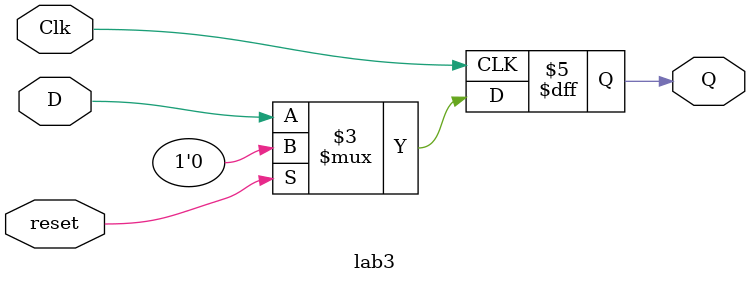
<source format=v>
`timescale 1ns / 1ps


module lab3
#(parameter DELAY = 1)
(D, Q, Clk, reset);
    input D,Clk, reset;
    output reg Q;
    always @ (posedge Clk)
    begin
    if (reset) #DELAY Q<= 0;
    else #DELAY Q<=D;
    end
endmodule

</source>
